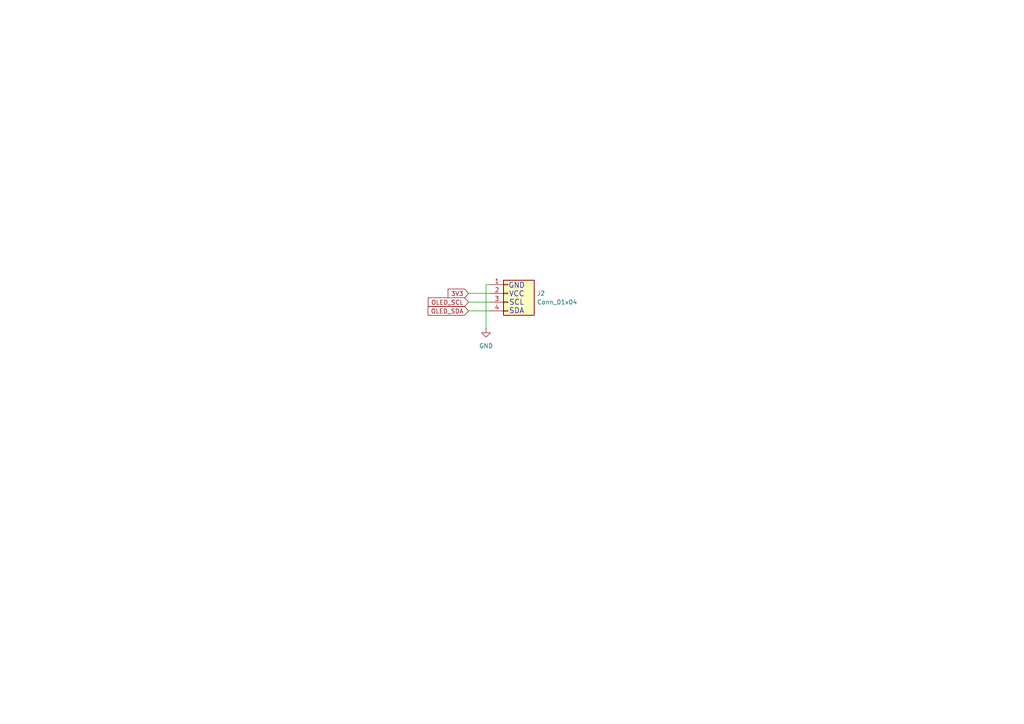
<source format=kicad_sch>
(kicad_sch (version 20250114) (generator "eeschema") (generator_version "9.0")
  (paper "A4")
  (lib_symbols
    (symbol "Connector_Generic:Conn_01x04" (pin_names (offset 1.016) (hide yes))
      (property "Reference" "J2" (at 8.382 0 0))
      (property "Value" "Conn_01x04" (at 8.382 -2.54 0))
      (symbol "Conn_01x04_1_1"
        (rectangle (start -1.27 3.81) (end 7.62 -6.35) (stroke (width 0.254)) (fill (type background)))
        (rectangle (start -1.27 2.667) (end 0 2.413) (stroke (width 0.1524)))
        (rectangle (start -1.27 0.127) (end 0 -0.127) (stroke (width 0.1524)))
        (rectangle (start -1.27 -2.413) (end 0 -2.667) (stroke (width 0.1524)))
        (rectangle (start -1.27 -4.953) (end 0 -5.207) (stroke (width 0.1524)))
        (pin passive line (at -5.08 2.54 0) (length 3.81) (name "Pin_1") (number "1"))
        (pin passive line (at -5.08 0 0) (length 3.81) (name "Pin_2") (number "2"))
        (pin passive line (at -5.08 -2.54 0) (length 3.81) (name "Pin_3") (number "3"))
        (pin passive line (at -5.08 -5.08 0) (length 3.81) (name "Pin_4") (number "4"))
      )
    )
    (symbol "power:GND" (power) (pin_numbers (hide yes)) (pin_names (offset 0) (hide yes))
      (property "Value" "GND" (at 0 -3.81 0))
      (symbol "GND_0_1"
        (polyline (pts (xy 0 0) (xy 0 -1.27) (xy 1.27 -1.27) (xy 0 -2.54) (xy -1.27 -1.27) (xy 0 -1.27)))
      )
      (symbol "GND_1_1"
        (pin power_in line (at 0 0 270) (length 0) (name "~") (number "1"))
      )
    )
  )
  (text "GND\nVCC\nSCL\nSDA" (at 149.86 86.614 0) (effects (font (size 1.524 1.524))))
  (wire (pts (xy 140.97 82.55) (xy 140.97 95.25)))
  (wire (pts (xy 135.89 90.17) (xy 142.24 90.17)))
  (wire (pts (xy 140.97 82.55) (xy 142.24 82.55)))
  (wire (pts (xy 135.89 87.63) (xy 142.24 87.63)))
  (wire (pts (xy 135.89 85.09) (xy 142.24 85.09)))
  (global_label "OLED_SCL" (shape input) (at 135.89 87.63 180) (property "Intersheetrefs" "${INTERSHEET_REFS}" (effects (hide yes))))
  (global_label "3V3" (shape input) (at 135.89 85.09 180) (property "Intersheetrefs" "${INTERSHEET_REFS}" (effects (hide yes))))
  (global_label "OLED_SDA" (shape input) (at 135.89 90.17 180) (property "Intersheetrefs" "${INTERSHEET_REFS}" (effects (hide yes))))
  (symbol (lib_id "power:GND") (at 140.97 95.25 0) (unit 1)
    (property "Reference" "#PWR03" (effects (hide yes)))
    (property "Value" "GND" (at 140.97 100.33 0))
    (property "Description" "Power symbol creates a global label with name \"GND\" , ground" (effects (hide yes)))
  )
  (symbol (lib_id "Connector_Generic:Conn_01x04") (at 147.32 85.09 0) (unit 1)
    (property "Reference" "J2" (at 155.702 85.09 0) (effects (justify left)))
    (property "Value" "Conn_01x04" (at 155.702 87.63 0) (effects (justify left)))
    (property "Footprint" "Connector_PinHeader_2.54mm:PinHeader_1x04_P2.54mm_Vertical" (effects (hide yes)))
    (property "Description" "Generic connector, single row, 01x04, script generated (kicad-library-utils/schlib/autogen/connector/)" (effects (hide yes)))
  )
)
</source>
